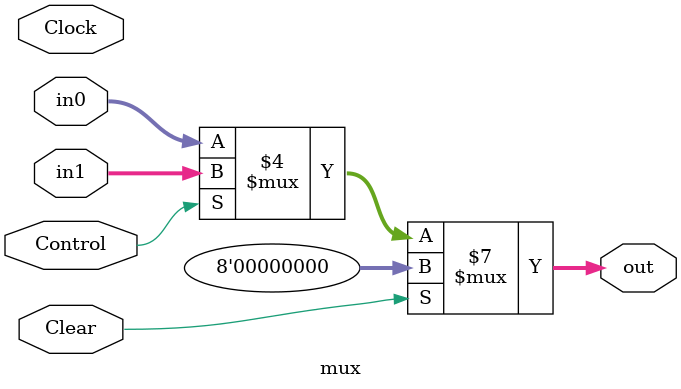
<source format=v>
`timescale 1ns / 1ps
module mux(
    input Control,
    input [7:0] in0,
    input [7:0] in1,
    output reg [7:0] out,
    input Clear,
    input Clock
    );

	always @(*) begin
		if (Clear) out <= 0;
		else begin
			if (Control) out <= in1;
			else out <= in0;
		end
	end

	initial begin
		out = 0;
	end

endmodule

</source>
